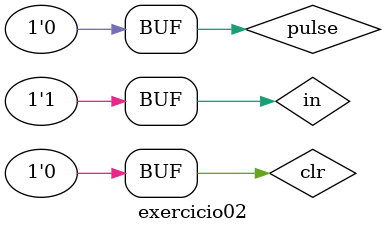
<source format=v>
/*
	Pontificia Universidade Catolica de Minas Gerais
	Instituto de Ciencias Exatas e Informatica – ICEI
	
	Arquitetura de Computadores I
	Tema: Introducao 'a linguagem Verilog e simulacao em Logisim
	
	Guia 13 - 28/10/2021
	
	Matricula: 723185
	Aluno: Danielle Dias Vieira
*/

/*
	Flip-Flop JK
*/

module jkff (output q , output qnot,
             input  j , input  k,
             input clk, input  preset, input clear);

	reg q, qnot;

	always @ ( posedge clk or posedge preset or posedge clear )
		begin
			if (clear)
			begin q<=0; qnot<=1; end
			else
			  if (preset)
			  begin q<=1; qnot<=0; end
			  else
				if (j&~k)
				begin q<=1; qnot<=0; end
				else
				  if (~j&k)
				  begin q<=0; qnot<=1; end
				  else
					if(j&k)
					begin q<=~q; qnot<=~qnot; end
		end
endmodule //fim jkff

/*
	Contador assincrono crescente com 5 bits de comprimento
*/
module contC5 ( s1, in, pulse, clr );
	output [4:0] s1;
	input  in;
	input  pulse;
	input  clr;
	wire [4:0] q;

	jkff jk1(q[0], s1[0], in, in, pulse, 1'b0, clr);
	jkff jk2(q[1], s1[1], in, in, q[0], 1'b0, clr);
	jkff jk3(q[2], s1[2], in, in, q[1], 1'b0, clr);
	jkff jk4(q[3], s1[3], in, in, q[2], 1'b0, clr);
	jkff jk5(q[4], s1[4], in, in, q[3], 1'b0, clr);
	
endmodule //contC5 

module exercicio02;
	//--------------------definir dados
	reg clr, in, pulse;    
	wire[4:0] s;
	
	contC5 CONT1 (s, in, pulse, clr);
	
	//------------------parte principal
	initial
		begin : main
			$display ("Exercicio 02 - Danielle Dias Vieira - 723185");
			$display ("Contador assincrono crescente com 5 bits de comprimento");
			$display ("");
			$display ("Time   Pulse   In   CLR   Binario  Decimal");
			
			//initial values
			pulse = 0;
			clr = 0;  
			in = 0;

			$monitor ("%2d  - %4b %6b %4b %9b %6d", $time, pulse, in, clr, s, s);
					
			//input signal changing
			/**/
			#1 clr = 1'b1; 
			#1 clr = 1'b0;
			#1 in = 1'b1; pulse = 1'b1;
			#1 in = 1'b1; pulse = 1'b0;
			#1 in = 1'b1; pulse = 1'b1;
			#1 in = 1'b1; pulse = 1'b0;
			#1 in = 1'b1; pulse = 1'b1;
			#1 in = 1'b1; pulse = 1'b0;
			#1 in = 1'b1; pulse = 1'b1;
			#1 in = 1'b1; pulse = 1'b0;
			#1 in = 1'b1; pulse = 1'b1;
			#1 in = 1'b1; pulse = 1'b0;
			#1 in = 1'b1; pulse = 1'b1;
			#1 in = 1'b1; pulse = 1'b0;
			#1 in = 1'b1; pulse = 1'b1;
			#1 in = 1'b1; pulse = 1'b0;
			#1 in = 1'b1; pulse = 1'b1;
			#1 in = 1'b1; pulse = 1'b0;
			#1 in = 1'b1; pulse = 1'b1;
			#1 in = 1'b1; pulse = 1'b0;
			#1 in = 1'b1; pulse = 1'b1;
			#1 in = 1'b1; pulse = 1'b0;
			
			#1 in = 1'b0; pulse = 1'b1;
			#1 in = 1'b0; pulse = 1'b0;
			
			#1 in = 1'b1; pulse = 1'b1;
			#1 in = 1'b1; pulse = 1'b0;
			#1 in = 1'b1; pulse = 1'b1;
			#1 in = 1'b1; pulse = 1'b0;
			#1 in = 1'b1; pulse = 1'b1;
			#1 in = 1'b1; pulse = 1'b0;
			#1 in = 1'b1; pulse = 1'b1;
			#1 in = 1'b1; pulse = 1'b0;
			#1 in = 1'b1; pulse = 1'b1;
			#1 in = 1'b1; pulse = 1'b0;
			#1 in = 1'b1; pulse = 1'b1;
			#1 in = 1'b1; pulse = 1'b0;
			#1 in = 1'b1; pulse = 1'b1;
			#1 in = 1'b1; pulse = 1'b0;
			#1 in = 1'b1; pulse = 1'b1;
			#1 in = 1'b1; pulse = 1'b0;
			#1 in = 1'b1; pulse = 1'b1;
			#1 in = 1'b1; pulse = 1'b0;
			#1 in = 1'b1; pulse = 1'b1;
			#1 in = 1'b1; pulse = 1'b0;
			
			#1 in = 1'b0; pulse = 1'b1;
			#1 in = 1'b1; pulse = 1'b0;
			
			#1 in = 1'b1; pulse = 1'b1;
			#1 in = 1'b1; pulse = 1'b0;
			#1 in = 1'b1; pulse = 1'b1;
			#1 in = 1'b1; pulse = 1'b0;
			#1 in = 1'b1; pulse = 1'b1;
			#1 in = 1'b1; pulse = 1'b0;
			#1 in = 1'b1; pulse = 1'b1;
			#1 in = 1'b1; pulse = 1'b0;
			#1 in = 1'b1; pulse = 1'b1;
			#1 in = 1'b1; pulse = 1'b0;
			#1 in = 1'b1; pulse = 1'b1;
			#1 in = 1'b1; pulse = 1'b0;
			#1 in = 1'b1; pulse = 1'b1;
			#1 in = 1'b1; pulse = 1'b0;
			#1 in = 1'b1; pulse = 1'b1;
			#1 in = 1'b1; pulse = 1'b0;
			#1 in = 1'b1; pulse = 1'b1;
			#1 in = 1'b1; pulse = 1'b0;
			#1 in = 1'b1; pulse = 1'b1;
			#1 in = 1'b1; pulse = 1'b0;
			
			#1 in = 1'b1; pulse = 1'b1;
			#1 in = 1'b1; pulse = 1'b0;
			#1 in = 1'b1; pulse = 1'b1;
			#1 in = 1'b1; pulse = 1'b0;
			#1 in = 1'b1; pulse = 1'b1;
			#1 in = 1'b1; pulse = 1'b0;
			#1 in = 1'b1; pulse = 1'b1;
			#1 in = 1'b1; pulse = 1'b0;
			
			#1 clr = 1'b1; 
			#1 clr = 1'b0;

		end
endmodule //fim exercicio02

/*
Exercicio 02 - Danielle Dias Vieira - 723185
Contador assincrono crescente com 5 bits de comprimento

Time   Pulse   In   CLR   Binario  Decimal
 0  -    0      0    0     xxxxx      x
 1  -    0      0    1     11111     31
 2  -    0      0    0     11111     31
 3  -    1      1    0     00000      0
 4  -    0      1    0     00000      0
 5  -    1      1    0     00001      1
 6  -    0      1    0     00001      1
 7  -    1      1    0     00010      2
 8  -    0      1    0     00010      2
 9  -    1      1    0     00011      3
10  -    0      1    0     00011      3
11  -    1      1    0     00100      4
12  -    0      1    0     00100      4
13  -    1      1    0     00101      5
14  -    0      1    0     00101      5
15  -    1      1    0     00110      6
16  -    0      1    0     00110      6
17  -    1      1    0     00111      7
18  -    0      1    0     00111      7
19  -    1      1    0     01000      8
20  -    0      1    0     01000      8
21  -    1      1    0     01001      9
22  -    0      1    0     01001      9
23  -    1      0    0     01001      9
24  -    0      0    0     01001      9
25  -    1      1    0     01010     10
26  -    0      1    0     01010     10
27  -    1      1    0     01011     11
28  -    0      1    0     01011     11
29  -    1      1    0     01100     12
30  -    0      1    0     01100     12
31  -    1      1    0     01101     13
32  -    0      1    0     01101     13
33  -    1      1    0     01110     14
34  -    0      1    0     01110     14
35  -    1      1    0     01111     15
36  -    0      1    0     01111     15
37  -    1      1    0     10000     16
38  -    0      1    0     10000     16
39  -    1      1    0     10001     17
40  -    0      1    0     10001     17
41  -    1      1    0     10010     18
42  -    0      1    0     10010     18
43  -    1      1    0     10011     19
44  -    0      1    0     10011     19
45  -    1      0    0     10011     19
46  -    0      1    0     10011     19
47  -    1      1    0     10100     20
48  -    0      1    0     10100     20
49  -    1      1    0     10101     21
50  -    0      1    0     10101     21
51  -    1      1    0     10110     22
52  -    0      1    0     10110     22
53  -    1      1    0     10111     23
54  -    0      1    0     10111     23
55  -    1      1    0     11000     24
56  -    0      1    0     11000     24
57  -    1      1    0     11001     25
58  -    0      1    0     11001     25
59  -    1      1    0     11010     26
60  -    0      1    0     11010     26
61  -    1      1    0     11011     27
62  -    0      1    0     11011     27
63  -    1      1    0     11100     28
64  -    0      1    0     11100     28
65  -    1      1    0     11101     29
66  -    0      1    0     11101     29
67  -    1      1    0     11110     30
68  -    0      1    0     11110     30
69  -    1      1    0     11111     31
70  -    0      1    0     11111     31
71  -    1      1    0     00000      0
72  -    0      1    0     00000      0
73  -    1      1    0     00001      1
74  -    0      1    0     00001      1
75  -    0      1    1     11111     31
76  -    0      1    0     11111     31

*/

</source>
